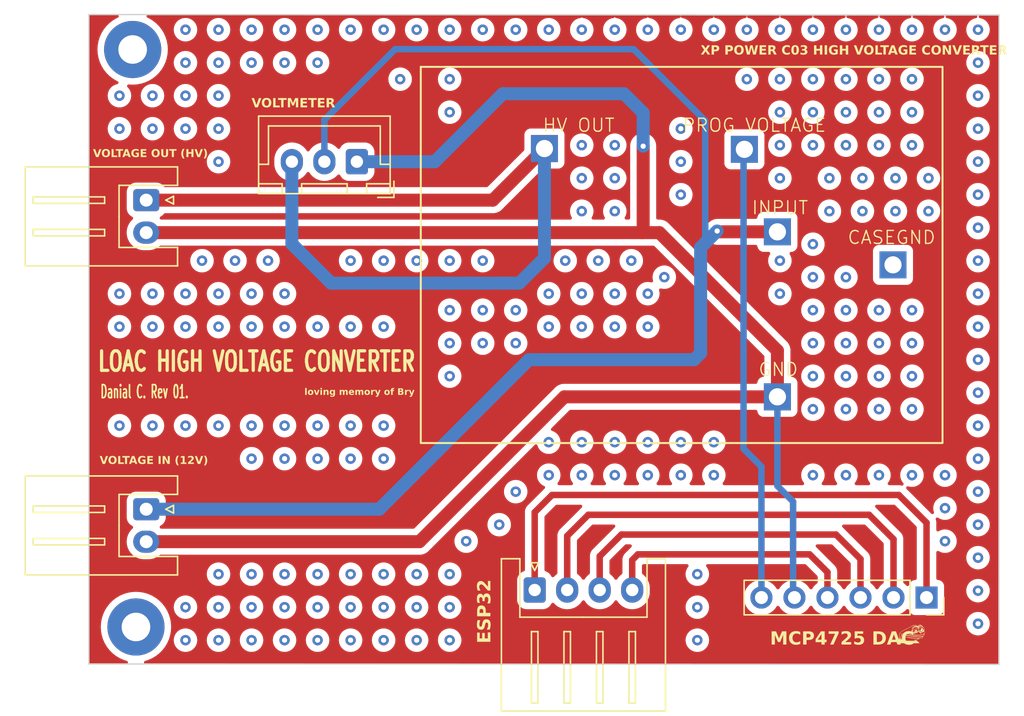
<source format=kicad_pcb>
(kicad_pcb (version 20221018) (generator pcbnew)
  (layers (0 "F.Cu" signal) (31 "B.Cu" signal) (34 "B.Paste" user) (35 "F.Paste" user) (36 "B.SilkS" user "B.Silkscreen") (37 "F.SilkS" user "F.Silkscreen") (38 "B.Mask" user) (39 "F.Mask" user) (44 "Edge.Cuts" user))
  (net 0 "")
  (net 1 "VPP")
  (net 2 "GND")
  (net 3 "VCC")
  (net 4 "GND_DAC")
  (net 5 "VCC_DAC")
  (net 6 "SDA_DAC")
  (net 7 "SCL_DAC")
  (net 8 "GNDPWR")
  (net 9 "DAC_OUT")
  (footprint "MountingHole:MountingHole_2.2mm_M2_Pad" (layer "F.Cu") (at 128.016 70.104)
    (fp_text reference "H1" hide)
    (fp_text value "MountingHole" hide)
    (pad "1" thru_hole circle (at 0 0) (size 4.4 4.4) (drill 2.2) (layers "*.Cu" "*.Mask"))
  )
  (footprint "Connector_JST:JST_XH_S2B-XH-A_1x02_P2.50mm_Horizontal" (layer "F.Cu") (at 129.06 105.49 -90)
    (fp_text reference "J4" hide)
    (fp_text value "JST_CONN_VIN" hide)
    (pad "1" thru_hole roundrect (at 0 0 270) (size 1.7 2) (drill 1) (layers "*.Cu" "*.Mask") (roundrect_rratio 0.147059) (net 1 "VPP"))
    (pad "2" thru_hole oval (at 2.5 0 270) (size 1.7 2) (drill 1) (layers "*.Cu" "*.Mask") (net 8 "GNDPWR"))
  )
  (footprint "Connector_JST:JST_XH_S2B-XH-A_1x02_P2.50mm_Horizontal" (layer "F.Cu") (at 129.06 81.7 -90)
    (fp_text reference "J3" hide)
    (fp_text value "VOUT")
    (pad "1" thru_hole roundrect (at 0 0 270) (size 1.7 2) (drill 1) (layers "*.Cu" "*.Mask") (roundrect_rratio 0.147059) (net 9 "DAC_OUT"))
    (pad "2" thru_hole oval (at 2.5 0 270) (size 1.7 2) (drill 1) (layers "*.Cu" "*.Mask") (net 8 "GNDPWR"))
  )
  (footprint "MountingHole:MountingHole_2.2mm_M2_Pad" (layer "F.Cu") (at 128.27 114.554)
    (fp_text reference "H2" hide)
    (fp_text value "MountingHole" hide)
    (pad "1" thru_hole circle (at 0 0) (size 4.4 4.4) (drill 2.2) (layers "*.Cu" "*.Mask"))
  )
  (footprint "Connector_JST:JST_XH_S4B-XH-A_1x04_P2.50mm_Horizontal" (layer "F.Cu") (at 158.94 111.71)
    (fp_text reference "J5" hide)
    (fp_text value "JST_CONN_DAC" hide)
    (pad "1" thru_hole roundrect (at 0 0) (size 1.7 1.95) (drill 0.95) (layers "*.Cu" "*.Mask") (roundrect_rratio 0.147059) (net 4 "GND_DAC"))
    (pad "2" thru_hole oval (at 2.5 0) (size 1.7 1.95) (drill 0.95) (layers "*.Cu" "*.Mask") (net 5 "VCC_DAC"))
    (pad "3" thru_hole oval (at 5 0) (size 1.7 1.95) (drill 0.95) (layers "*.Cu" "*.Mask") (net 6 "SDA_DAC"))
    (pad "4" thru_hole oval (at 7.5 0) (size 1.7 1.95) (drill 0.95) (layers "*.Cu" "*.Mask") (net 7 "SCL_DAC"))
  )
  (footprint "Sadge:logosadge2" (layer "F.Cu") (at 187.96 115.062)
    (fp_text reference "G***" hide)
    (fp_text value "LOGO" hide)
  )
  (footprint "Connector_PinSocket_2.54mm:PinSocket_1x06_P2.54mm_Vertical" (layer "F.Cu") (at 189.08 112.29 -90)
    (fp_text reference "J7" hide)
    (fp_text value "MCP4725_DUPONT_CONN" hide)
    (pad "1" thru_hole rect (at 0 0 270) (size 1.7 1.7) (drill 1) (layers "*.Cu" "*.Mask") (net 4 "GND_DAC"))
    (pad "2" thru_hole oval (at 0 2.54 270) (size 1.7 1.7) (drill 1) (layers "*.Cu" "*.Mask") (net 5 "VCC_DAC"))
    (pad "3" thru_hole oval (at 0 5.08 270) (size 1.7 1.7) (drill 1) (layers "*.Cu" "*.Mask") (net 6 "SDA_DAC"))
    (pad "4" thru_hole oval (at 0 7.62 270) (size 1.7 1.7) (drill 1) (layers "*.Cu" "*.Mask") (net 7 "SCL_DAC"))
    (pad "5" thru_hole oval (at 0 10.16 270) (size 1.7 1.7) (drill 1) (layers "*.Cu" "*.Mask") (net 8 "GNDPWR"))
    (pad "6" thru_hole oval (at 0 12.7 270) (size 1.7 1.7) (drill 1) (layers "*.Cu" "*.Mask") (net 3 "VCC"))
  )
  (footprint "Connector_JST:JST_XH_B3B-XH-A_1x03_P2.50mm_Vertical" (layer "F.Cu") (at 145.2626 78.74 180)
    (fp_text reference "J6" hide)
    (fp_text value "Conn_01x03")
    (pad "1" thru_hole roundrect (at 0 0 180) (size 1.7 1.95) (drill 0.95) (layers "*.Cu" "*.Mask") (roundrect_rratio 0.147059) (net 8 "GNDPWR"))
    (pad "2" thru_hole oval (at 2.5 0 180) (size 1.7 1.95) (drill 0.95) (layers "*.Cu" "*.Mask") (net 1 "VPP"))
    (pad "3" thru_hole oval (at 5 0 180) (size 1.7 1.95) (drill 0.95) (layers "*.Cu" "*.Mask") (net 9 "DAC_OUT"))
  )
  (footprint "XP_Power_C)3:XPPower_C03" (layer "F.Cu") (at 154.69 77.728)
    (fp_text reference "U1" hide)
    (fp_text value "~")
    (fp_text user "HV OUT" (at 4.806 -1.208 unlocked) (layer "F.SilkS") (effects (font (thickness 0.1)) (justify left bottom)))
    (fp_text user "INPUT" (at 20.888 5.142 unlocked) (layer "F.SilkS") (effects (font (thickness 0.1)) (justify left bottom)))
    (fp_text user "GND" (at 21.396 17.588 unlocked) (layer "F.SilkS") (effects (font (thickness 0.1)) (justify left bottom)))
    (fp_text user "CASEGND" (at 28.254 7.428 unlocked) (layer "F.SilkS") (effects (font (thickness 0.1)) (justify left bottom)))
    (fp_text user "PROG VOLTAGE" (at 15.554 -1.208 unlocked) (layer "F.SilkS") (effects (font (thickness 0.1)) (justify left bottom)))
    (pad "1" thru_hole rect (at 22.92 6.412) (size 2.08 2.08) (drill 1.32) (layers "*.Cu" "*.Mask") (net 1 "VPP"))
    (pad "2" thru_hole rect (at 22.92 19.112) (size 2.08 2.08) (drill 1.32) (layers "*.Cu" "*.Mask") (net 8 "GNDPWR"))
    (pad "3" thru_hole rect (at 20.38 0.062) (size 2.08 2.08) (drill 1.32) (layers "*.Cu" "*.Mask") (net 3 "VCC"))
    (pad "4" thru_hole rect (at 31.81 8.952) (size 2.08 2.08) (drill 1.32) (layers "*.Cu" "*.Mask") (net 2 "GND"))
    (pad "5" thru_hole rect (at 5 0) (size 2.08 2.08) (drill 1.32) (layers "*.Cu" "*.Mask") (net 9 "DAC_OUT"))
  )
  (gr_line (start 194.655 117.435) (end 194.665 67.445) (stroke (width 0.1)) (layer "Edge.Cuts"))
  (gr_line (start 124.645 67.415) (end 194.665 67.445) (stroke (width 0.1)) (layer "Edge.Cuts"))
  (gr_line (start 124.645 117.405) (end 194.655 117.435) (stroke (width 0.1)) (layer "Edge.Cuts"))
  (gr_line (start 124.645 67.415) (end 124.645 117.405) (stroke (width 0.1)) (layer "Edge.Cuts"))
  (gr_text "MCP4725 DAC" (at 177.038 116.078) (layer "F.SilkS") (effects (font (size 1 1) (thickness 0.25) bold) (justify left bottom)))
  (gr_text "VOLTAGE OUT (HV)" (at 124.968 78.486) (layer "F.SilkS") (effects (font (size 0.6 0.6) (thickness 0.15) bold) (justify left bottom)))
  (gr_text "XP POWER C03 HIGH VOLTAGE CONVERTER" (at 171.704 70.612) (layer "F.SilkS") (effects (font (size 0.7 0.7) (thickness 0.175) bold) (justify left bottom)))
  (gr_text "LOAC HIGH VOLTAGE CONVERTER" (at 125.222 94.996) (layer "F.SilkS") (effects (font (size 1.5 1) (thickness 0.25) bold) (justify left bottom)))
  (gr_text "VOLTAGE IN (12V)" (at 125.476 102.108) (layer "F.SilkS") (effects (font (size 0.6 0.6) (thickness 0.15) bold) (justify left bottom)))
  (gr_text "ESP32" (at 155.702 115.824 90) (layer "F.SilkS") (effects (font (size 1 1) (thickness 0.25) bold) (justify left bottom)))
  (gr_text "VOLTMETER" (at 137.16 74.676) (layer "F.SilkS") (effects (font (size 0.7 0.7) (thickness 0.175) bold) (justify left bottom)))
  (gr_text "loving memory of Bry" (at 141.224 96.774) (layer "F.SilkS") (effects (font (size 0.5 0.5) (thickness 0.125) bold) (justify left bottom)))
  (gr_text "Danial C. Rev 01." (at 125.476 97.028) (layer "F.SilkS") (effects (font (size 1 0.5) (thickness 0.125)) (justify left bottom)))
  (via (at 127 76.2) (size 0.8) (drill 0.4) (layers "F.Cu" "B.Cu") (net 0))
  (via (at 171.45 110.49) (size 0.8) (drill 0.4) (layers "F.Cu" "B.Cu") (net 0))
  (via (at 180.34 95.25) (size 0.8) (drill 0.4) (layers "F.Cu" "B.Cu") (net 0))
  (via (at 139.7 115.57) (size 0.8) (drill 0.4) (layers "F.Cu" "B.Cu") (net 0))
  (via (at 154.94 86.36) (size 0.8) (drill 0.4) (layers "F.Cu" "B.Cu") (net 0))
  (via (at 152.4 90.17) (size 0.8) (drill 0.4) (layers "F.Cu" "B.Cu") (net 0))
  (via (at 184.15 80.01) (size 0.8) (drill 0.4) (layers "F.Cu" "B.Cu") (net 0))
  (via (at 185.42 77.47) (size 0.8) (drill 0.4) (layers "F.Cu" "B.Cu") (net 0))
  (via (at 182.88 74.93) (size 0.8) (drill 0.4) (layers "F.Cu" "B.Cu") (net 0))
  (via (at 171.45 115.57) (size 0.8) (drill 0.4) (layers "F.Cu" "B.Cu") (net 0))
  (via (at 134.62 76.2) (size 0.8) (drill 0.4) (layers "F.Cu" "B.Cu") (net 0))
  (via (at 193.04 68.58) (size 0.8) (drill 0.4) (layers "F.Cu" "B.Cu") (net 0))
  (via (at 134.62 115.57) (size 0.8) (drill 0.4) (layers "F.Cu" "B.Cu") (net 0))
  (via (at 142.24 68.58) (size 0.8) (drill 0.4) (layers "F.Cu" "B.Cu") (net 0))
  (via (at 154.94 68.58) (size 0.8) (drill 0.4) (layers "F.Cu" "B.Cu") (net 0))
  (via (at 142.24 71.12) (size 0.8) (drill 0.4) (layers "F.Cu" "B.Cu") (net 0))
  (via (at 177.8 88.9) (size 0.8) (drill 0.4) (layers "F.Cu" "B.Cu") (net 0))
  (via (at 180.34 68.58) (size 0.8) (drill 0.4) (layers "F.Cu" "B.Cu") (net 0))
  (via (at 132.08 68.58) (size 0.8) (drill 0.4) (layers "F.Cu" "B.Cu") (net 0))
  (via (at 190.5 107.95) (size 0.8) (drill 0.4) (layers "F.Cu" "B.Cu") (net 0))
  (via (at 187.96 95.25) (size 0.8) (drill 0.4) (layers "F.Cu" "B.Cu") (net 0))
  (via (at 149.86 86.36) (size 0.8) (drill 0.4) (layers "F.Cu" "B.Cu") (net 0))
  (via (at 187.96 68.58) (size 0.8) (drill 0.4) (layers "F.Cu" "B.Cu") (net 0))
  (via (at 193.04 96.52) (size 0.8) (drill 0.4) (layers "F.Cu" "B.Cu") (net 0))
  (via (at 160.02 102.87) (size 0.8) (drill 0.4) (layers "F.Cu" "B.Cu") (net 0))
  (via (at 167.64 91.44) (size 0.8) (drill 0.4) (layers "F.Cu" "B.Cu") (net 0))
  (via (at 180.34 77.47) (size 0.8) (drill 0.4) (layers "F.Cu" "B.Cu") (net 0))
  (via (at 180.34 92.71) (size 0.8) (drill 0.4) (layers "F.Cu" "B.Cu") (net 0))
  (via (at 167.64 100.33) (size 0.8) (drill 0.4) (layers "F.Cu" "B.Cu") (net 0))
  (via (at 165.1 68.58) (size 0.8) (drill 0.4) (layers "F.Cu" "B.Cu") (net 0))
  (via (at 168.91 87.63) (size 0.8) (drill 0.4) (layers "F.Cu" "B.Cu") (net 0))
  (via (at 160.02 68.58) (size 0.8) (drill 0.4) (layers "F.Cu" "B.Cu") (net 0))
  (via (at 180.34 102.87) (size 0.8) (drill 0.4) (layers "F.Cu" "B.Cu") (net 0))
  (via (at 193.04 76.2) (size 0.8) (drill 0.4) (layers "F.Cu" "B.Cu") (net 0))
  (via (at 139.7 88.9) (size 0.8) (drill 0.4) (layers "F.Cu" "B.Cu") (net 0))
  (via (at 152.4 86.36) (size 0.8) (drill 0.4) (layers "F.Cu" "B.Cu") (net 0))
  (via (at 132.08 88.9) (size 0.8) (drill 0.4) (layers "F.Cu" "B.Cu") (net 0))
  (via (at 167.64 102.87) (size 0.8) (drill 0.4) (layers "F.Cu" "B.Cu") (net 0))
  (via (at 180.34 87.63) (size 0.8) (drill 0.4) (layers "F.Cu" "B.Cu") (net 0))
  (via (at 177.8 80.01) (size 0.8) (drill 0.4) (layers "F.Cu" "B.Cu") (net 0))
  (via (at 193.04 86.36) (size 0.8) (drill 0.4) (layers "F.Cu" "B.Cu") (net 0))
  (via (at 186.69 82.55) (size 0.8) (drill 0.4) (layers "F.Cu" "B.Cu") (net 0))
  (via (at 152.4 68.58) (size 0.8) (drill 0.4) (layers "F.Cu" "B.Cu") (net 0))
  (via (at 139.7 110.49) (size 0.8) (drill 0.4) (layers "F.Cu" "B.Cu") (net 0))
  (via (at 193.04 93.98) (size 0.8) (drill 0.4) (layers "F.Cu" "B.Cu") (net 0))
  (via (at 187.96 74.93) (size 0.8) (drill 0.4) (layers "F.Cu" "B.Cu") (net 0))
  (via (at 137.16 113.03) (size 0.8) (drill 0.4) (layers "F.Cu" "B.Cu") (net 0))
  (via (at 144.78 110.49) (size 0.8) (drill 0.4) (layers "F.Cu" "B.Cu") (net 0))
  (via (at 162.56 88.9) (size 0.8) (drill 0.4) (layers "F.Cu" "B.Cu") (net 0))
  (via (at 134.62 88.9) (size 0.8) (drill 0.4) (layers "F.Cu" "B.Cu") (net 0))
  (via (at 193.04 81.28) (size 0.8) (drill 0.4) (layers "F.Cu" "B.Cu") (net 0))
  (via (at 193.04 106.68) (size 0.8) (drill 0.4) (layers "F.Cu" "B.Cu") (net 0))
  (via (at 175.26 72.39) (size 0.8) (drill 0.4) (layers "F.Cu" "B.Cu") (net 0))
  (via (at 172.72 100.33) (size 0.8) (drill 0.4) (layers "F.Cu" "B.Cu") (net 0))
  (via (at 134.62 71.12) (size 0.8) (drill 0.4) (layers "F.Cu" "B.Cu") (net 0))
  (via (at 132.08 71.12) (size 0.8) (drill 0.4) (layers "F.Cu" "B.Cu") (net 0))
  (via (at 193.04 83.82) (size 0.8) (drill 0.4) (layers "F.Cu" "B.Cu") (net 0))
  (via (at 144.78 68.58) (size 0.8) (drill 0.4) (layers "F.Cu" "B.Cu") (net 0))
  (via (at 162.56 80.01) (size 0.8) (drill 0.4) (layers "F.Cu" "B.Cu") (net 0))
  (via (at 129.54 73.66) (size 0.8) (drill 0.4) (layers "F.Cu" "B.Cu") (net 0))
  (via (at 134.62 73.66) (size 0.8) (drill 0.4) (layers "F.Cu" "B.Cu") (net 0))
  (via (at 129.54 88.9) (size 0.8) (drill 0.4) (layers "F.Cu" "B.Cu") (net 0))
  (via (at 193.04 71.12) (size 0.8) (drill 0.4) (layers "F.Cu" "B.Cu") (net 0))
  (via (at 154.94 92.71) (size 0.8) (drill 0.4) (layers "F.Cu" "B.Cu") (net 0))
  (via (at 193.04 109.22) (size 0.8) (drill 0.4) (layers "F.Cu" "B.Cu") (net 0))
  (via (at 175.26 68.58) (size 0.8) (drill 0.4) (layers "F.Cu" "B.Cu") (net 0))
  (via (at 193.04 101.6) (size 0.8) (drill 0.4) (layers "F.Cu" "B.Cu") (net 0))
  (via (at 172.72 102.87) (size 0.8) (drill 0.4) (layers "F.Cu" "B.Cu") (net 0))
  (via (at 157.48 92.71) (size 0.8) (drill 0.4) (layers "F.Cu" "B.Cu") (net 0))
  (via (at 127 91.44) (size 0.8) (drill 0.4) (layers "F.Cu" "B.Cu") (net 0))
  (via (at 142.24 113.03) (size 0.8) (drill 0.4) (layers "F.Cu" "B.Cu") (net 0))
  (via (at 182.88 95.25) (size 0.8) (drill 0.4) (layers "F.Cu" "B.Cu") (net 0))
  (via (at 160.02 100.33) (size 0.8) (drill 0.4) (layers "F.Cu" "B.Cu") (net 0))
  (via (at 177.8 86.36) (size 0.8) (drill 0.4) (layers "F.Cu" "B.Cu") (net 0))
  (via (at 149.86 110.49) (size 0.8) (drill 0.4) (layers "F.Cu" "B.Cu") (net 0))
  (via (at 182.88 68.58) (size 0.8) (drill 0.4) (layers "F.Cu" "B.Cu") (net 0))
  (via (at 137.16 91.44) (size 0.8) (drill 0.4) (layers "F.Cu" "B.Cu") (net 0))
  (via (at 144.78 86.36) (size 0.8) (drill 0.4) (layers "F.Cu" "B.Cu") (net 0))
  (via (at 132.08 73.66) (size 0.8) (drill 0.4) (layers "F.Cu" "B.Cu") (net 0))
  (via (at 139.7 113.03) (size 0.8) (drill 0.4) (layers "F.Cu" "B.Cu") (net 0))
  (via (at 152.4 110.49) (size 0.8) (drill 0.4) (layers "F.Cu" "B.Cu") (net 0))
  (via (at 157.48 68.58) (size 0.8) (drill 0.4) (layers "F.Cu" "B.Cu") (net 0))
  (via (at 144.78 115.57) (size 0.8) (drill 0.4) (layers "F.Cu" "B.Cu") (net 0))
  (via (at 193.04 88.9) (size 0.8) (drill 0.4) (layers "F.Cu" "B.Cu") (net 0))
  (via (at 134.62 68.58) (size 0.8) (drill 0.4) (layers "F.Cu" "B.Cu") (net 0))
  (via (at 154.94 90.17) (size 0.8) (drill 0.4) (layers "F.Cu" "B.Cu") (net 0))
  (via (at 142.24 101.6) (size 0.8) (drill 0.4) (layers "F.Cu" "B.Cu") (net 0))
  (via (at 182.88 87.63) (size 0.8) (drill 0.4) (layers "F.Cu" "B.Cu") (net 0))
  (via (at 137.16 71.12) (size 0.8) (drill 0.4) (layers "F.Cu" "B.Cu") (net 0))
  (via (at 139.7 68.58) (size 0.8) (drill 0.4) (layers "F.Cu" "B.Cu") (net 0))
  (via (at 148.59 72.39) (size 0.8) (drill 0.4) (layers "F.Cu" "B.Cu") (net 0))
  (via (at 144.78 113.03) (size 0.8) (drill 0.4) (layers "F.Cu" "B.Cu") (net 0))
  (via (at 190.5 102.87) (size 0.8) (drill 0.4) (layers "F.Cu" "B.Cu") (net 0))
  (via (at 144.78 91.44) (size 0.8) (drill 0.4) (layers "F.Cu" "B.Cu") (net 0))
  (via (at 177.8 77.47) (size 0.8) (drill 0.4) (layers "F.Cu" "B.Cu") (net 0))
  (via (at 165.1 80.01) (size 0.8) (drill 0.4) (layers "F.Cu" "B.Cu") (net 0))
  (via (at 137.16 88.9) (size 0.8) (drill 0.4) (layers "F.Cu" "B.Cu") (net 0))
  (via (at 185.42 95.25) (size 0.8) (drill 0.4) (layers "F.Cu" "B.Cu") (net 0))
  (via (at 132.08 113.03) (size 0.8) (drill 0.4) (layers "F.Cu" "B.Cu") (net 0))
  (via (at 137.16 101.6) (size 0.8) (drill 0.4) (layers "F.Cu" "B.Cu") (net 0))
  (via (at 134.62 113.03) (size 0.8) (drill 0.4) (layers "F.Cu" "B.Cu") (net 0))
  (via (at 132.08 76.2) (size 0.8) (drill 0.4) (layers "F.Cu" "B.Cu") (net 0))
  (via (at 181.61 82.55) (size 0.8) (drill 0.4) (layers "F.Cu" "B.Cu") (net 0))
  (via (at 189.23 80.01) (size 0.8) (drill 0.4) (layers "F.Cu" "B.Cu") (net 0))
  (via (at 180.34 97.79) (size 0.8) (drill 0.4) (layers "F.Cu" "B.Cu") (net 0))
  (via (at 172.72 68.58) (size 0.8) (drill 0.4) (layers "F.Cu" "B.Cu") (net 0))
  (via (at 152.4 95.25) (size 0.8) (drill 0.4) (layers "F.Cu" "B.Cu") (net 0))
  (via (at 180.34 90.17) (size 0.8) (drill 0.4) (layers "F.Cu" "B.Cu") (net 0))
  (via (at 142.24 99.06) (size 0.8) (drill 0.4) (layers "F.Cu" "B.Cu") (net 0))
  (via (at 167.64 88.9) (size 0.8) (drill 0.4) (layers "F.Cu" "B.Cu") (net 0))
  (via (at 187.96 90.17) (size 0.8) (drill 0.4) (layers "F.Cu" "B.Cu") (net 0))
  (via (at 157.48 104.14) (size 0.8) (drill 0.4) (layers "F.Cu" "B.Cu") (net 0))
  (via (at 152.4 72.39) (size 0.8) (drill 0.4) (layers "F.Cu" "B.Cu") (net 0))
  (via (at 182.88 97.79) (size 0.8) (drill 0.4) (layers "F.Cu" "B.Cu") (net 0))
  (via (at 129.54 99.06) (size 0.8) (drill 0.4) (layers "F.Cu" "B.Cu") (net 0))
  (via (at 177.8 68.58) (size 0.8) (drill 0.4) (layers "F.Cu" "B.Cu") (net 0))
  (via (at 190.5 68.58) (size 0.8) (drill 0.4) (layers "F.Cu" "B.Cu") (net 0))
  (via (at 165.1 91.44) (size 0.8) (drill 0.4) (layers "F.Cu" "B.Cu") (net 0))
  (via (at 149.86 113.03) (size 0.8) (drill 0.4) (layers "F.Cu" "B.Cu") (net 0))
  (via (at 134.62 110.49) (size 0.8) (drill 0.4) (layers "F.Cu" "B.Cu") (net 0))
  (via (at 147.32 68.58) (size 0.8) (drill 0.4) (layers "F.Cu" "B.Cu") (net 0))
  (via (at 177.8 74.93) (size 0.8) (drill 0.4) (layers "F.Cu" "B.Cu") (net 0))
  (via (at 170.18 100.33) (size 0.8) (drill 0.4) (layers "F.Cu" "B.Cu") (net 0))
  (via (at 180.34 72.39) (size 0.8) (drill 0.4) (layers "F.Cu" "B.Cu") (net 0))
  (via (at 142.24 91.44) (size 0.8) (drill 0.4) (layers "F.Cu" "B.Cu") (net 0))
  (via (at 187.96 77.47) (size 0.8) (drill 0.4) (layers "F.Cu" "B.Cu") (net 0))
  (via (at 156.21 106.68) (size 0.8) (drill 0.4) (layers "F.Cu" "B.Cu") (net 0))
  (via (at 129.54 91.44) (size 0.8) (drill 0.4) (layers "F.Cu" "B.Cu") (net 0))
  (via (at 147.32 115.57) (size 0.8) (drill 0.4) (layers "F.Cu" "B.Cu") (net 0))
  (via (at 193.04 91.44) (size 0.8) (drill 0.4) (layers "F.Cu" "B.Cu") (net 0))
  (via (at 137.16 68.58) (size 0.8) (drill 0.4) (layers "F.Cu" "B.Cu") (net 0))
  (via (at 160.02 91.44) (size 0.8) (drill 0.4) (layers "F.Cu" "B.Cu") (net 0))
  (via (at 170.18 76.2) (size 0.8) (drill 0.4) (layers "F.Cu" "B.Cu") (net 0))
  (via (at 139.7 101.6) (size 0.8) (drill 0.4) (layers "F.Cu" "B.Cu") (net 0))
  (via (at 170.18 68.58) (size 0.8) (drill 0.4) (layers "F.Cu" "B.Cu") (net 0))
  (via (at 177.8 72.39) (size 0.8) (drill 0.4) (layers "F.Cu" "B.Cu") (net 0))
  (via (at 147.32 91.44) (size 0.8) (drill 0.4) (layers "F.Cu" "B.Cu") (net 0))
  (via (at 163.83 86.36) (size 0.8) (drill 0.4) (layers "F.Cu" "B.Cu") (net 0))
  (via (at 134.62 99.06) (size 0.8) (drill 0.4) (layers "F.Cu" "B.Cu") (net 0))
  (via (at 190.5 105.41) (size 0.8) (drill 0.4) (layers "F.Cu" "B.Cu") (net 0))
  (via (at 165.1 82.55) (size 0.8) (drill 0.4) (layers "F.Cu" "B.Cu") (net 0))
  (via (at 137.16 99.06) (size 0.8) (drill 0.4) (layers "F.Cu" "B.Cu") (net 0))
  (via (at 160.02 88.9) (size 0.8) (drill 0.4) (layers "F.Cu" "B.Cu") (net 0))
  (via (at 185.42 97.79) (size 0.8) (drill 0.4) (layers "F.Cu" "B.Cu") (net 0))
  (via (at 187.96 72.39) (size 0.8) (drill 0.4) (layers "F.Cu" "B.Cu") (net 0))
  (via (at 185.42 92.71) (size 0.8) (drill 0.4) (layers "F.Cu" "B.Cu") (net 0))
  (via (at 170.18 102.87) (size 0.8) (drill 0.4) (layers "F.Cu" "B.Cu") (net 0))
  (via (at 165.1 88.9) (size 0.8) (drill 0.4) (layers "F.Cu" "B.Cu") (net 0))
  (via (at 185.42 72.39) (size 0.8) (drill 0.4) (layers "F.Cu" "B.Cu") (net 0))
  (via (at 182.88 72.39) (size 0.8) (drill 0.4) (layers "F.Cu" "B.Cu") (net 0))
  (via (at 139.7 91.44) (size 0.8) (drill 0.4) (layers "F.Cu" "B.Cu") (net 0))
  (via (at 193.04 99.06) (size 0.8) (drill 0.4) (layers "F.Cu" "B.Cu") (net 0))
  (via (at 127 73.66) (size 0.8) (drill 0.4) (layers "F.Cu" "B.Cu") (net 0))
  (via (at 185.42 74.93) (size 0.8) (drill 0.4) (layers "F.Cu" "B.Cu") (net 0))
  (via (at 180.34 85.09) (size 0.8) (drill 0.4) (layers "F.Cu" "B.Cu") (net 0))
  (via (at 137.16 115.57) (size 0.8) (drill 0.4) (layers "F.Cu" "B.Cu") (net 0))
  (via (at 147.32 99.06) (size 0.8) (drill 0.4) (layers "F.Cu" "B.Cu") (net 0))
  (via (at 170.18 78.74) (size 0.8) (drill 0.4) (layers "F.Cu" "B.Cu") (net 0))
  (via (at 132.08 115.57) (size 0.8) (drill 0.4) (layers "F.Cu" "B.Cu") (net 0))
  (via (at 127 88.9) (size 0.8) (drill 0.4) (layers "F.Cu" "B.Cu") (net 0))
  (via (at 147.32 86.36) (size 0.8) (drill 0.4) (layers "F.Cu" "B.Cu") (net 0))
  (via (at 182.88 92.71) (size 0.8) (drill 0.4) (layers "F.Cu" "B.Cu") (net 0))
  (via (at 180.34 74.93) (size 0.8) (drill 0.4) (layers "F.Cu" "B.Cu") (net 0))
  (via (at 165.1 77.47) (size 0.8) (drill 0.4) (layers "F.Cu" "B.Cu") (net 0))
  (via (at 147.32 101.6) (size 0.8) (drill 0.4) (layers "F.Cu" "B.Cu") (net 0))
  (via (at 152.4 74.93) (size 0.8) (drill 0.4) (layers "F.Cu" "B.Cu") (net 0))
  (via (at 181.61 80.01) (size 0.8) (drill 0.4) (layers "F.Cu" "B.Cu") (net 0))
  (via (at 170.18 81.28) (size 0.8) (drill 0.4) (layers "F.Cu" "B.Cu") (net 0))
  (via (at 134.62 91.44) (size 0.8) (drill 0.4) (layers "F.Cu" "B.Cu") (net 0))
  (via (at 129.54 76.2) (size 0.8) (drill 0.4) (layers "F.Cu" "B.Cu") (net 0))
  (via (at 186.69 80.01) (size 0.8) (drill 0.4) (layers "F.Cu" "B.Cu") (net 0))
  (via (at 165.1 102.87) (size 0.8) (drill 0.4) (layers "F.Cu" "B.Cu") (net 0))
  (via (at 193.04 73.66) (size 0.8) (drill 0.4) (layers "F.Cu" "B.Cu") (net 0))
  (via (at 127 99.06) (size 0.8) (drill 0.4) (layers "F.Cu" "B.Cu") (net 0))
  (via (at 161.29 86.36) (size 0.8) (drill 0.4) (layers "F.Cu" "B.Cu") (net 0))
  (via (at 171.45 113.03) (size 0.8) (drill 0.4) (layers "F.Cu" "B.Cu") (net 0))
  (via (at 134.62 78.74) (size 0.8) (drill 0.4) (layers "F.Cu" "B.Cu") (net 0))
  (via (at 187.96 102.87) (size 0.8) (drill 0.4) (layers "F.Cu" "B.Cu") (net 0))
  (via (at 193.04 111.76) (size 0.8) (drill 0.4) (layers "F.Cu" "B.Cu") (net 0))
  (via (at 132.08 91.44) (size 0.8) (drill 0.4) (layers "F.Cu" "B.Cu") (net 0))
  (via (at 142.24 115.57) (size 0.8) (drill 0.4) (layers "F.Cu" "B.Cu") (net 0))
  (via (at 139.7 99.06) (size 0.8) (drill 0.4) (layers "F.Cu" "B.Cu") (net 0))
  (via (at 165.1 100.33) (size 0.8) (drill 0.4) (layers "F.Cu" "B.Cu") (net 0))
  (via (at 182.88 77.47) (size 0.8) (drill 0.4) (layers "F.Cu" "B.Cu") (net 0))
  (via (at 162.56 82.55) (size 0.8) (drill 0.4) (layers "F.Cu" "B.Cu") (net 0))
  (via (at 153.67 107.95) (size 0.8) (drill 0.4) (layers "F.Cu" "B.Cu") (net 0))
  (via (at 162.56 77.47) (size 0.8) (drill 0.4) (layers "F.Cu" "B.Cu") (net 0))
  (via (at 193.04 104.14) (size 0.8) (drill 0.4) (layers "F.Cu" "B.Cu") (net 0))
  (via (at 193.04 114.3) (size 0.8) (drill 0.4) (layers "F.Cu" "B.Cu") (net 0))
  (via (at 185.42 68.58) (size 0.8) (drill 0.4) (layers "F.Cu" "B.Cu") (net 0))
  (via (at 149.86 68.58) (size 0.8) (drill 0.4) (layers "F.Cu" "B.Cu") (net 0))
  (via (at 147.32 110.49) (size 0.8) (drill 0.4) (layers "F.Cu" "B.Cu") (net 0))
  (via (at 182.88 90.17) (size 0.8) (drill 0.4) (layers "F.Cu" "B.Cu") (net 0))
  (via (at 187.96 97.79) (size 0.8) (drill 0.4) (layers "F.Cu" "B.Cu") (net 0))
  (via (at 157.48 90.17) (size 0.8) (drill 0.4) (layers "F.Cu" "B.Cu") (net 0))
  (via (at 182.88 102.87) (size 0.8) (drill 0.4) (layers "F.Cu" "B.Cu") (net 0))
  (via (at 162.56 102.87) (size 0.8) (drill 0.4) (layers "F.Cu" "B.Cu") (net 0))
  (via (at 149.86 115.57) (size 0.8) (drill 0.4) (layers "F.Cu" "B.Cu") (net 0))
  (via (at 138.43 86.36) (size 0.8) (drill 0.4) (layers "F.Cu" "B.Cu") (net 0))
  (via (at 184.15 82.55) (size 0.8) (drill 0.4) (layers "F.Cu" "B.Cu") (net 0))
  (via (at 135.89 86.36) (size 0.8) (drill 0.4) (layers "F.Cu" "B.Cu") (net 0))
  (via (at 144.78 101.6) (size 0.8) (drill 0.4) (layers "F.Cu" "B.Cu") (net 0))
  (via (at 185.42 90.17) (size 0.8) (drill 0.4) (layers "F.Cu" "B.Cu") (net 0))
  (via (at 152.4 115.57) (size 0.8) (drill 0.4) (layers "F.Cu" "B.Cu") (net 0))
  (via (at 185.42 102.87) (size 0.8) (drill 0.4) (layers "F.Cu" "B.Cu") (net 0))
  (via (at 162.56 91.44) (size 0.8) (drill 0.4) (layers "F.Cu" "B.Cu") (net 0))
  (via (at 189.23 82.55) (size 0.8) (drill 0.4) (layers "F.Cu" "B.Cu") (net 0))
  (via (at 132.08 99.06) (size 0.8) (drill 0.4) (layers "F.Cu" "B.Cu") (net 0))
  (via (at 137.16 110.49) (size 0.8) (drill 0.4) (layers "F.Cu" "B.Cu") (net 0))
  (via (at 152.4 92.71) (size 0.8) (drill 0.4) (layers "F.Cu" "B.Cu") (net 0))
  (via (at 193.04 78.74) (size 0.8) (drill 0.4) (layers "F.Cu" "B.Cu") (net 0))
  (via (at 167.64 68.58) (size 0.8) (drill 0.4) (layers "F.Cu" "B.Cu") (net 0))
  (via (at 142.24 110.49) (size 0.8) (drill 0.4) (layers "F.Cu" "B.Cu") (net 0))
  (via (at 166.37 86.36) (size 0.8) (drill 0.4) (layers "F.Cu" "B.Cu") (net 0))
  (via (at 147.32 113.03) (size 0.8) (drill 0.4) (layers "F.Cu" "B.Cu") (net 0))
  (via (at 162.56 68.58) (size 0.8) (drill 0.4) (layers "F.Cu" "B.Cu") (net 0))
  (via (at 162.56 100.33) (size 0.8) (drill 0.4) (layers "F.Cu" "B.Cu") (net 0))
  (via (at 139.7 71.12) (size 0.8) (drill 0.4) (layers "F.Cu" "B.Cu") (net 0))
  (via (at 152.4 113.03) (size 0.8) (drill 0.4) (layers "F.Cu" "B.Cu") (net 0))
  (via (at 133.35 86.36) (size 0.8) (drill 0.4) (layers "F.Cu" "B.Cu") (net 0))
  (via (at 187.96 92.71) (size 0.8) (drill 0.4) (layers "F.Cu" "B.Cu") (net 0))
  (via (at 144.78 99.06) (size 0.8) (drill 0.4) (layers "F.Cu" "B.Cu") (net 0))
  (segment (start 172.974 84.074) (end 173.04 84.14) (width 0.25) (layer "F.Cu") (net 1))
  (segment (start 173.04 84.14) (end 177.61 84.14) (width 1) (layer "F.Cu") (net 1))
  (via (at 172.974 84.074) (size 0.8) (drill 0.4) (layers "F.Cu" "B.Cu") (net 1))
  (segment (start 172.0596 75.5904) (end 172.0596 84.9884) (width 0.5) (layer "B.Cu") (net 1))
  (segment (start 171.704 85.344) (end 172.0596 84.9884) (width 1) (layer "B.Cu") (net 1))
  (segment (start 166.5478 70.0786) (end 172.0596 75.5904) (width 0.5) (layer "B.Cu") (net 1))
  (segment (start 171.196 93.98) (end 171.704 93.472) (width 1) (layer "B.Cu") (net 1))
  (segment (start 142.7626 78.74) (end 142.7626 75.525) (width 0.5) (layer "B.Cu") (net 1))
  (segment (start 158.496 93.98) (end 171.196 93.98) (width 1) (layer "B.Cu") (net 1))
  (segment (start 148.209 70.0786) (end 166.5478 70.0786) (width 0.5) (layer "B.Cu") (net 1))
  (segment (start 129.06 105.49) (end 146.986 105.49) (width 1) (layer "B.Cu") (net 1))
  (segment (start 172.0596 84.9884) (end 172.974 84.074) (width 1) (layer "B.Cu") (net 1))
  (segment (start 142.7626 75.525) (end 148.209 70.0786) (width 0.5) (layer "B.Cu") (net 1))
  (segment (start 146.986 105.49) (end 158.496 93.98) (width 1) (layer "B.Cu") (net 1))
  (segment (start 171.704 93.472) (end 171.704 85.344) (width 1) (layer "B.Cu") (net 1))
  (segment (start 175.006 77.854) (end 175.07 77.79) (width 0.25) (layer "B.Cu") (net 3))
  (segment (start 176.38 112.29) (end 176.38 102.212) (width 0.5) (layer "B.Cu") (net 3))
  (segment (start 175.006 100.838) (end 175.006 77.854) (width 0.5) (layer "B.Cu") (net 3))
  (segment (start 176.38 102.212) (end 175.006 100.838) (width 0.5) (layer "B.Cu") (net 3))
  (segment (start 186.944 104.394) (end 160.274 104.394) (width 0.5) (layer "F.Cu") (net 4))
  (segment (start 189.08 112.29) (end 189.08 106.53) (width 0.5) (layer "F.Cu") (net 4))
  (segment (start 189.08 106.53) (end 186.944 104.394) (width 0.5) (layer "F.Cu") (net 4))
  (segment (start 160.274 104.394) (end 158.94 105.728) (width 0.5) (layer "F.Cu") (net 4))
  (segment (start 158.94 105.728) (end 158.94 111.71) (width 0.5) (layer "F.Cu") (net 4))
  (segment (start 186.54 107.8) (end 186.54 112.29) (width 0.5) (layer "F.Cu") (net 5))
  (segment (start 163.068 105.918) (end 184.658 105.918) (width 0.5) (layer "F.Cu") (net 5))
  (segment (start 161.44 111.71) (end 161.44 107.546) (width 0.5) (layer "F.Cu") (net 5))
  (segment (start 161.44 107.546) (end 163.068 105.918) (width 0.5) (layer "F.Cu") (net 5))
  (segment (start 184.658 105.918) (end 186.54 107.8) (width 0.5) (layer "F.Cu") (net 5))
  (segment (start 165.608 107.442) (end 182.118 107.442) (width 0.5) (layer "F.Cu") (net 6))
  (segment (start 184 109.324) (end 184 112.29) (width 0.5) (layer "F.Cu") (net 6))
  (segment (start 182.118 107.442) (end 184 109.324) (width 0.5) (layer "F.Cu") (net 6))
  (segment (start 163.94 109.11) (end 165.608 107.442) (width 0.5) (layer "F.Cu") (net 6))
  (segment (start 163.94 111.71) (end 163.94 109.11) (width 0.5) (layer "F.Cu") (net 6))
  (segment (start 166.44 111.71) (end 166.44 109.404) (width 0.5) (layer "F.Cu") (net 7))
  (segment (start 166.44 109.404) (end 166.878 108.966) (width 0.5) (layer "F.Cu") (net 7))
  (segment (start 180.086 108.966) (end 181.46 110.34) (width 0.5) (layer "F.Cu") (net 7))
  (segment (start 166.878 108.966) (end 180.086 108.966) (width 0.5) (layer "F.Cu") (net 7))
  (segment (start 181.46 110.34) (end 181.46 112.29) (width 0.5) (layer "F.Cu") (net 7))
  (segment (start 167.2082 84.2) (end 168.528 84.2) (width 1) (layer "F.Cu") (net 8))
  (segment (start 129.06 84.2) (end 167.2082 84.2) (width 1) (layer "F.Cu") (net 8))
  (segment (start 150.074 107.99) (end 161.224 96.84) (width 1) (layer "F.Cu") (net 8))
  (segment (start 168.528 84.2) (end 177.61 93.282) (width 1) (layer "F.Cu") (net 8))
  (segment (start 161.224 96.84) (end 177.61 96.84) (width 1) (layer "F.Cu") (net 8))
  (segment (start 177.61 93.282) (end 177.61 96.84) (width 1) (layer "F.Cu") (net 8))
  (segment (start 167.2844 84.1238) (end 167.2082 84.2) (width 0.25) (layer "F.Cu") (net 8))
  (segment (start 177.29 96.52) (end 177.61 96.84) (width 1) (layer "F.Cu") (net 8))
  (segment (start 129.06 107.99) (end 150.074 107.99) (width 1) (layer "F.Cu") (net 8))
  (segment (start 167.2844 77.5462) (end 167.2082 77.6224) (width 0.25) (layer "F.Cu") (net 8))
  (segment (start 167.2844 77.5462) (end 167.2844 84.1238) (width 1) (layer "F.Cu") (net 8))
  (via (at 167.2844 77.5462) (size 0.8) (drill 0.4) (layers "F.Cu" "B.Cu") (net 8))
  (segment (start 167.2844 74.9808) (end 167.2844 77.5462) (width 1) (layer "B.Cu") (net 8))
  (segment (start 151.257 78.74) (end 156.4894 73.5076) (width 1) (layer "B.Cu") (net 8))
  (segment (start 178.92 112.29) (end 178.816 112.186) (width 0.25) (layer "B.Cu") (net 8))
  (segment (start 156.4894 73.5076) (end 165.8112 73.5076) (width 1) (layer "B.Cu") (net 8))
  (segment (start 177.61 103.696) (end 177.61 96.84) (width 0.5) (layer "B.Cu") (net 8))
  (segment (start 178.816 104.902) (end 177.61 103.696) (width 0.5) (layer "B.Cu") (net 8))
  (segment (start 145.2626 78.74) (end 151.257 78.74) (width 1) (layer "B.Cu") (net 8))
  (segment (start 178.816 112.186) (end 178.816 104.902) (width 0.5) (layer "B.Cu") (net 8))
  (segment (start 165.8112 73.5076) (end 165.9636 73.66) (width 0.25) (layer "B.Cu") (net 8))
  (segment (start 165.9636 73.66) (end 167.2844 74.9808) (width 1) (layer "B.Cu") (net 8))
  (segment (start 155.718 81.7) (end 159.69 77.728) (width 1) (layer "F.Cu") (net 9))
  (segment (start 129.06 81.7) (end 155.718 81.7) (width 1) (layer "F.Cu") (net 9))
  (segment (start 157.7594 88.0872) (end 143.2814 88.0872) (width 1) (layer "B.Cu") (net 9))
  (segment (start 143.2814 88.0872) (end 140.2626 85.0684) (width 1) (layer "B.Cu") (net 9))
  (segment (start 159.69 77.728) (end 159.69 86.1566) (width 1) (layer "B.Cu") (net 9))
  (segment (start 159.69 86.1566) (end 157.7594 88.0872) (width 1) (layer "B.Cu") (net 9))
  (segment (start 140.2626 85.0684) (end 140.2626 78.74) (width 1) (layer "B.Cu") (net 9))
  (zone (net 0) (net_name "") (layer "F.Cu") (connect_pads (clearance 0.5)) (min_thickness 0.25) (fill yes (thermal_gap 0.5) (thermal_bridge_width 0.5) (island_removal_mode 1) (island_area_min 10))
    (polygon (pts (xy 123.444 66.294) (xy 123.698 119.38) (xy 196.596 119.126) (xy 196.596 66.548)))
  )
)
</source>
